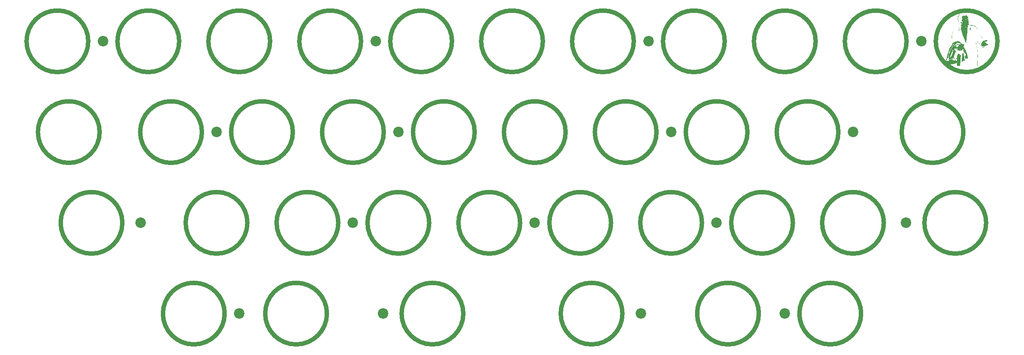
<source format=gbr>
%TF.GenerationSoftware,KiCad,Pcbnew,(7.0.0)*%
%TF.CreationDate,2023-02-16T23:07:07+01:00*%
%TF.ProjectId,travaulta simplified,74726176-6175-46c7-9461-2073696d706c,rev?*%
%TF.SameCoordinates,Original*%
%TF.FileFunction,Legend,Top*%
%TF.FilePolarity,Positive*%
%FSLAX46Y46*%
G04 Gerber Fmt 4.6, Leading zero omitted, Abs format (unit mm)*
G04 Created by KiCad (PCBNEW (7.0.0)) date 2023-02-16 23:07:07*
%MOMM*%
%LPD*%
G01*
G04 APERTURE LIST*
%ADD10C,0.900000*%
%ADD11C,2.200000*%
G04 APERTURE END LIST*
D10*
%TO.C,SW20*%
X217604500Y-76200000D02*
G75*
G03*
X217604500Y-76200000I-6467000J0D01*
G01*
%TO.C,SW27*%
X169979500Y-95250000D02*
G75*
G03*
X169979500Y-95250000I-6467000J0D01*
G01*
%TO.C,SW15*%
X122354500Y-76200000D02*
G75*
G03*
X122354500Y-76200000I-6467000J0D01*
G01*
%TO.C,SW18*%
X179504500Y-76200000D02*
G75*
G03*
X179504500Y-76200000I-6467000J0D01*
G01*
%TO.C,SW1*%
X60442000Y-57150000D02*
G75*
G03*
X60442000Y-57150000I-6467000J0D01*
G01*
%TO.C,SW9*%
X212842000Y-57150000D02*
G75*
G03*
X212842000Y-57150000I-6467000J0D01*
G01*
%TO.C,SW28*%
X189029500Y-95250000D02*
G75*
G03*
X189029500Y-95250000I-6467000J0D01*
G01*
%TO.C,SW4*%
X117592000Y-57150000D02*
G75*
G03*
X117592000Y-57150000I-6467000J0D01*
G01*
%TO.C,SW17*%
X160454500Y-76200000D02*
G75*
G03*
X160454500Y-76200000I-6467000J0D01*
G01*
%TO.C,SW12*%
X62825000Y-76200000D02*
G75*
G03*
X62825000Y-76200000I-6467000J0D01*
G01*
%TO.C,G\u002A\u002A\u002A*%
G36*
X241937728Y-54571805D02*
G01*
X241924087Y-54585446D01*
X241910445Y-54571805D01*
X241924087Y-54558164D01*
X241937728Y-54571805D01*
G37*
G36*
X241992293Y-54544522D02*
G01*
X241978652Y-54558164D01*
X241965010Y-54544522D01*
X241978652Y-54530881D01*
X241992293Y-54544522D01*
G37*
G36*
X242210553Y-57818421D02*
G01*
X242196912Y-57832063D01*
X242183270Y-57818421D01*
X242196912Y-57804780D01*
X242210553Y-57818421D01*
G37*
G36*
X242374248Y-60546671D02*
G01*
X242360607Y-60560312D01*
X242346965Y-60546671D01*
X242360607Y-60533029D01*
X242374248Y-60546671D01*
G37*
G36*
X242810768Y-53944307D02*
G01*
X242797126Y-53957949D01*
X242783485Y-53944307D01*
X242797126Y-53930666D01*
X242810768Y-53944307D01*
G37*
G36*
X243247288Y-51407036D02*
G01*
X243233646Y-51420677D01*
X243220005Y-51407036D01*
X243233646Y-51393394D01*
X243247288Y-51407036D01*
G37*
G36*
X243301853Y-53562353D02*
G01*
X243288211Y-53575994D01*
X243274570Y-53562353D01*
X243288211Y-53548711D01*
X243301853Y-53562353D01*
G37*
G36*
X243601960Y-51679861D02*
G01*
X243588319Y-51693502D01*
X243574677Y-51679861D01*
X243588319Y-51666219D01*
X243601960Y-51679861D01*
G37*
G36*
X244147610Y-51325188D02*
G01*
X244133969Y-51338829D01*
X244120327Y-51325188D01*
X244133969Y-51311547D01*
X244147610Y-51325188D01*
G37*
G36*
X244229457Y-51352471D02*
G01*
X244215816Y-51366112D01*
X244202175Y-51352471D01*
X244215816Y-51338829D01*
X244229457Y-51352471D01*
G37*
G36*
X246848576Y-54926477D02*
G01*
X246834935Y-54940118D01*
X246821294Y-54926477D01*
X246834935Y-54912836D01*
X246848576Y-54926477D01*
G37*
G36*
X247230531Y-57763856D02*
G01*
X247216890Y-57777498D01*
X247203249Y-57763856D01*
X247216890Y-57750215D01*
X247230531Y-57763856D01*
G37*
G36*
X242174176Y-58796044D02*
G01*
X242177441Y-58828422D01*
X242174176Y-58832421D01*
X242157957Y-58828676D01*
X242155988Y-58814232D01*
X242165970Y-58791776D01*
X242174176Y-58796044D01*
G37*
G36*
X243265925Y-59272919D02*
G01*
X243269177Y-59315558D01*
X243263771Y-59325211D01*
X243251370Y-59317074D01*
X243249441Y-59289402D01*
X243256104Y-59260291D01*
X243265925Y-59272919D01*
G37*
G36*
X243892973Y-51375206D02*
G01*
X243889228Y-51391426D01*
X243874785Y-51393394D01*
X243852328Y-51383412D01*
X243856597Y-51375206D01*
X243888974Y-51371941D01*
X243892973Y-51375206D01*
G37*
G36*
X244083951Y-51293359D02*
G01*
X244080206Y-51309578D01*
X244065762Y-51311547D01*
X244043306Y-51301565D01*
X244047574Y-51293359D01*
X244079952Y-51290093D01*
X244083951Y-51293359D01*
G37*
G36*
X246758084Y-54662178D02*
G01*
X246761336Y-54704817D01*
X246755930Y-54714469D01*
X246743529Y-54706333D01*
X246741600Y-54678661D01*
X246748263Y-54649550D01*
X246758084Y-54662178D01*
G37*
G36*
X241842046Y-54640324D02*
G01*
X241812866Y-54662940D01*
X241781594Y-54666735D01*
X241774033Y-54656571D01*
X241795433Y-54639049D01*
X241816374Y-54629601D01*
X241844537Y-54627694D01*
X241842046Y-54640324D01*
G37*
G36*
X243216327Y-53474170D02*
G01*
X243212998Y-53512473D01*
X243201722Y-53547494D01*
X243187921Y-53531374D01*
X243179933Y-53513432D01*
X243169858Y-53465328D01*
X243175711Y-53447499D01*
X243202685Y-53441436D01*
X243216327Y-53474170D01*
G37*
G36*
X243682697Y-51658742D02*
G01*
X243683807Y-51666219D01*
X243674499Y-51692793D01*
X243671776Y-51693502D01*
X243648483Y-51674384D01*
X243642884Y-51666219D01*
X243645047Y-51641079D01*
X243654915Y-51638937D01*
X243682697Y-51658742D01*
G37*
G36*
X245099609Y-54743980D02*
G01*
X245102497Y-54762782D01*
X245085742Y-54800409D01*
X245048074Y-54793667D01*
X245039580Y-54786259D01*
X245034062Y-54752250D01*
X245061714Y-54724675D01*
X245076825Y-54721858D01*
X245099609Y-54743980D01*
G37*
G36*
X243245870Y-54618290D02*
G01*
X243250076Y-54628181D01*
X243270996Y-54709466D01*
X243262151Y-54761933D01*
X243233952Y-54776423D01*
X243202751Y-54753493D01*
X243197895Y-54701397D01*
X243207999Y-54625065D01*
X243224748Y-54596299D01*
X243245870Y-54618290D01*
G37*
G36*
X242915700Y-54271795D02*
G01*
X242918631Y-54320091D01*
X242918931Y-54346724D01*
X242911828Y-54416479D01*
X242893079Y-54448702D01*
X242868963Y-54436552D01*
X242857556Y-54413556D01*
X242859686Y-54365221D01*
X242880953Y-54311247D01*
X242905126Y-54270701D01*
X242915700Y-54271795D01*
G37*
G36*
X243820220Y-51393394D02*
G01*
X243804263Y-51421779D01*
X243799758Y-51422951D01*
X243713214Y-51432369D01*
X243671945Y-51434496D01*
X243666938Y-51427531D01*
X243689181Y-51409676D01*
X243698668Y-51402771D01*
X243758425Y-51371945D01*
X243804299Y-51369890D01*
X243820220Y-51393394D01*
G37*
G36*
X241237644Y-62118539D02*
G01*
X241230346Y-62146383D01*
X241203787Y-62208345D01*
X241169614Y-62279109D01*
X241094026Y-62429162D01*
X241092998Y-62313841D01*
X241099235Y-62231876D01*
X241126052Y-62181228D01*
X241161028Y-62153271D01*
X241211600Y-62124594D01*
X241237510Y-62118371D01*
X241237644Y-62118539D01*
G37*
G36*
X244029964Y-60227713D02*
G01*
X244037440Y-60270492D01*
X244033626Y-60328584D01*
X244018522Y-60382950D01*
X244011197Y-60396617D01*
X243993673Y-60410634D01*
X243985581Y-60378232D01*
X243984333Y-60336841D01*
X243990813Y-60266518D01*
X244007314Y-60222709D01*
X244011197Y-60219281D01*
X244029964Y-60227713D01*
G37*
G36*
X242882562Y-53398169D02*
G01*
X242862806Y-53444065D01*
X242830379Y-53519800D01*
X242808823Y-53589635D01*
X242795197Y-53639308D01*
X242788630Y-53638240D01*
X242786278Y-53607399D01*
X242793470Y-53554294D01*
X242813926Y-53486962D01*
X242840689Y-53422310D01*
X242866802Y-53377246D01*
X242884756Y-53368063D01*
X242882562Y-53398169D01*
G37*
G36*
X247035145Y-57529595D02*
G01*
X247067365Y-57558374D01*
X247107356Y-57607750D01*
X247144406Y-57662045D01*
X247167806Y-57705581D01*
X247167055Y-57722696D01*
X247146436Y-57705535D01*
X247098606Y-57661745D01*
X247058560Y-57624116D01*
X246995512Y-57558416D01*
X246970690Y-57518818D01*
X246984951Y-57508780D01*
X247035145Y-57529595D01*
G37*
G36*
X246734754Y-57243409D02*
G01*
X246803647Y-57269102D01*
X246871134Y-57300477D01*
X246916786Y-57328535D01*
X246924922Y-57338113D01*
X246917519Y-57364406D01*
X246877479Y-57364726D01*
X246818359Y-57342141D01*
X246753715Y-57299722D01*
X246753088Y-57299208D01*
X246704681Y-57257088D01*
X246683878Y-57233945D01*
X246684882Y-57232394D01*
X246734754Y-57243409D01*
G37*
G36*
X241635603Y-55006453D02*
G01*
X241629421Y-55060166D01*
X241608234Y-55154225D01*
X241573194Y-55282927D01*
X241557687Y-55335715D01*
X241532642Y-55413129D01*
X241516277Y-55450833D01*
X241511236Y-55443260D01*
X241512343Y-55431203D01*
X241526377Y-55346788D01*
X241548265Y-55246423D01*
X241573866Y-55145919D01*
X241599037Y-55061087D01*
X241619636Y-55007736D01*
X241625631Y-54998786D01*
X241635603Y-55006453D01*
G37*
G36*
X242888425Y-54498317D02*
G01*
X242903172Y-54517373D01*
X242921958Y-54566460D01*
X242940687Y-54653154D01*
X242957237Y-54760535D01*
X242969487Y-54871683D01*
X242975315Y-54969679D01*
X242972600Y-55037602D01*
X242969876Y-55049368D01*
X242955186Y-55043602D01*
X242927293Y-54997128D01*
X242895005Y-54926423D01*
X242848802Y-54792823D01*
X242822521Y-54668810D01*
X242817997Y-54567476D01*
X242835790Y-54503731D01*
X242860897Y-54479645D01*
X242888425Y-54498317D01*
G37*
G36*
X246425680Y-57284015D02*
G01*
X246445109Y-57349337D01*
X246463632Y-57441098D01*
X246478916Y-57545302D01*
X246488625Y-57647950D01*
X246490427Y-57735044D01*
X246489569Y-57750215D01*
X246484537Y-57801298D01*
X246478258Y-57817638D01*
X246468757Y-57794457D01*
X246454058Y-57726977D01*
X246432518Y-57612233D01*
X246406635Y-57465824D01*
X246391537Y-57365055D01*
X246386682Y-57302189D01*
X246391524Y-57269490D01*
X246405520Y-57259223D01*
X246407680Y-57259130D01*
X246425680Y-57284015D01*
G37*
G36*
X247326116Y-57897240D02*
G01*
X247381006Y-57947730D01*
X247395122Y-57961654D01*
X247460366Y-58023228D01*
X247511145Y-58065275D01*
X247533032Y-58077605D01*
X247561242Y-58097742D01*
X247603669Y-58147394D01*
X247612486Y-58159452D01*
X247649940Y-58216136D01*
X247654395Y-58236439D01*
X247623738Y-58220077D01*
X247555856Y-58166768D01*
X247534483Y-58149023D01*
X247444078Y-58071898D01*
X247385339Y-58016302D01*
X247346940Y-57970167D01*
X247317556Y-57921422D01*
X247313333Y-57913347D01*
X247304334Y-57886237D01*
X247326116Y-57897240D01*
G37*
G36*
X246512001Y-57966449D02*
G01*
X246535516Y-58022713D01*
X246559385Y-58097449D01*
X246591653Y-58204021D01*
X246632785Y-58334766D01*
X246674123Y-58462182D01*
X246675881Y-58467491D01*
X246706437Y-58567482D01*
X246725846Y-58646763D01*
X246731020Y-58692050D01*
X246729242Y-58697118D01*
X246713662Y-58692981D01*
X246712164Y-58680870D01*
X246701556Y-58637263D01*
X246674811Y-58566277D01*
X246660399Y-58533090D01*
X246620235Y-58433034D01*
X246586131Y-58329779D01*
X246580595Y-58309506D01*
X246554514Y-58208709D01*
X246526188Y-58100220D01*
X246521339Y-58081769D01*
X246501700Y-57994653D01*
X246499658Y-57956654D01*
X246512001Y-57966449D01*
G37*
G36*
X247472952Y-56023608D02*
G01*
X247483030Y-56034944D01*
X247538705Y-56087883D01*
X247621633Y-56153130D01*
X247698566Y-56206394D01*
X247800806Y-56281666D01*
X247865287Y-56354814D01*
X247897506Y-56417713D01*
X247922855Y-56490401D01*
X247931206Y-56533331D01*
X247923350Y-56539571D01*
X247900076Y-56502186D01*
X247890233Y-56481487D01*
X247844954Y-56424162D01*
X247774699Y-56373119D01*
X247763307Y-56367321D01*
X247697181Y-56325955D01*
X247655997Y-56282045D01*
X247652522Y-56274162D01*
X247624417Y-56229405D01*
X247569149Y-56167205D01*
X247529474Y-56129100D01*
X247468664Y-56068159D01*
X247429568Y-56017447D01*
X247421644Y-55997386D01*
X247436467Y-55992471D01*
X247472952Y-56023608D01*
G37*
G36*
X241505744Y-55564136D02*
G01*
X241498867Y-55625993D01*
X241483317Y-55697208D01*
X241465142Y-55788245D01*
X241446446Y-55915930D01*
X241429577Y-56062420D01*
X241418142Y-56192269D01*
X241407874Y-56321919D01*
X241397939Y-56430279D01*
X241389422Y-56506593D01*
X241383406Y-56540101D01*
X241383058Y-56540617D01*
X241377240Y-56519657D01*
X241369495Y-56455036D01*
X241360953Y-56357571D01*
X241354745Y-56270025D01*
X241347729Y-56124107D01*
X241349386Y-56016134D01*
X241360752Y-55930022D01*
X241381603Y-55853470D01*
X241411596Y-55771186D01*
X241438806Y-55710069D01*
X241450269Y-55691751D01*
X241469221Y-55645683D01*
X241473926Y-55603083D01*
X241483097Y-55554469D01*
X241498747Y-55540333D01*
X241505744Y-55564136D01*
G37*
G36*
X245252995Y-54145526D02*
G01*
X245281967Y-54207797D01*
X245315956Y-54294392D01*
X245349954Y-54391245D01*
X245378951Y-54484292D01*
X245397940Y-54559467D01*
X245402604Y-54595014D01*
X245384254Y-54629912D01*
X245339373Y-54683851D01*
X245283215Y-54741206D01*
X245231032Y-54786354D01*
X245198875Y-54803706D01*
X245183047Y-54781496D01*
X245170986Y-54750033D01*
X245159576Y-54685913D01*
X245153994Y-54597445D01*
X245154298Y-54505262D01*
X245160546Y-54429996D01*
X245169982Y-54395635D01*
X245202853Y-54378401D01*
X245213893Y-54382228D01*
X245226656Y-54368271D01*
X245227536Y-54308665D01*
X245222832Y-54259902D01*
X245217127Y-54170854D01*
X245226244Y-54125905D01*
X245234047Y-54121644D01*
X245252995Y-54145526D01*
G37*
G36*
X246765745Y-61823687D02*
G01*
X246767279Y-62048128D01*
X246771053Y-62247706D01*
X246776812Y-62415620D01*
X246784298Y-62545066D01*
X246793255Y-62629241D01*
X246796835Y-62647333D01*
X246812471Y-62779096D01*
X246800600Y-62843571D01*
X246788140Y-62869945D01*
X246778357Y-62862369D01*
X246769950Y-62815072D01*
X246761622Y-62722283D01*
X246756450Y-62647422D01*
X246745991Y-62521170D01*
X246732582Y-62407002D01*
X246718357Y-62321546D01*
X246710939Y-62292750D01*
X246699903Y-62236299D01*
X246688690Y-62137716D01*
X246678411Y-62009421D01*
X246670181Y-61863831D01*
X246668149Y-61815306D01*
X246662844Y-61654806D01*
X246661691Y-61536778D01*
X246665588Y-61449225D01*
X246675431Y-61380151D01*
X246692115Y-61317560D01*
X246708911Y-61269657D01*
X246764761Y-61119603D01*
X246765745Y-61823687D01*
G37*
G36*
X246819962Y-58995701D02*
G01*
X246838711Y-59039142D01*
X246852842Y-59087349D01*
X246863094Y-59148723D01*
X246870206Y-59231665D01*
X246874916Y-59344579D01*
X246877964Y-59495864D01*
X246879949Y-59677763D01*
X246881029Y-59894635D01*
X246879539Y-60064873D01*
X246874748Y-60196377D01*
X246865926Y-60297047D01*
X246852343Y-60374783D01*
X246833269Y-60437486D01*
X246807973Y-60493055D01*
X246803867Y-60500764D01*
X246764300Y-60573953D01*
X246779449Y-60478464D01*
X246786058Y-60407809D01*
X246791532Y-60293113D01*
X246795821Y-60144888D01*
X246798876Y-59973648D01*
X246800646Y-59789905D01*
X246801082Y-59604172D01*
X246800135Y-59426963D01*
X246797753Y-59268789D01*
X246793889Y-59140164D01*
X246788490Y-59051601D01*
X246786298Y-59032492D01*
X246764944Y-58882439D01*
X246819962Y-58995701D01*
G37*
G36*
X243097860Y-51481972D02*
G01*
X243076537Y-51514626D01*
X243014720Y-51580335D01*
X242973137Y-51621477D01*
X242884122Y-51720192D01*
X242799503Y-51833616D01*
X242742431Y-51928405D01*
X242704591Y-52008399D01*
X242680854Y-52077354D01*
X242668066Y-52152392D01*
X242663074Y-52250638D01*
X242662591Y-52361923D01*
X242666237Y-52510001D01*
X242678221Y-52626820D01*
X242702163Y-52735483D01*
X242739562Y-52853008D01*
X242779829Y-52962571D01*
X242819097Y-53058912D01*
X242850296Y-53124935D01*
X242856210Y-53135020D01*
X242887176Y-53190169D01*
X242886451Y-53206312D01*
X242858176Y-53185593D01*
X242806490Y-53130157D01*
X242775812Y-53093366D01*
X242717787Y-53009962D01*
X242681516Y-52934244D01*
X242674355Y-52899116D01*
X242669399Y-52840923D01*
X242656209Y-52746599D01*
X242637302Y-52633510D01*
X242630409Y-52595950D01*
X242602822Y-52397631D01*
X242603729Y-52228516D01*
X242635207Y-52070069D01*
X242699333Y-51903752D01*
X242710635Y-51879620D01*
X242800198Y-51718509D01*
X242897387Y-51600756D01*
X243011597Y-51515184D01*
X243021837Y-51509345D01*
X243079392Y-51480751D01*
X243097860Y-51481972D01*
G37*
G36*
X243797562Y-59591494D02*
G01*
X243819763Y-59609959D01*
X243836206Y-59650892D01*
X243850925Y-59724630D01*
X243867953Y-59841513D01*
X243869252Y-59850967D01*
X243885475Y-59981795D01*
X243898267Y-60108575D01*
X243905624Y-60210487D01*
X243906594Y-60239401D01*
X243910853Y-60312317D01*
X243919708Y-60353940D01*
X243925687Y-60358050D01*
X243933076Y-60360749D01*
X243939009Y-60383341D01*
X243943905Y-60432390D01*
X243948185Y-60514459D01*
X243952270Y-60636111D01*
X243956581Y-60803910D01*
X243957894Y-60860419D01*
X243961995Y-60969230D01*
X243968302Y-61057327D01*
X243975674Y-61110281D01*
X243978264Y-61117792D01*
X243996582Y-61120060D01*
X244016046Y-61082641D01*
X244031212Y-61020015D01*
X244036562Y-60962729D01*
X244046087Y-60902480D01*
X244064474Y-60888942D01*
X244082976Y-60917179D01*
X244092849Y-60982258D01*
X244093045Y-60994600D01*
X244097136Y-61075423D01*
X244107220Y-61137324D01*
X244109605Y-61144654D01*
X244107184Y-61180296D01*
X244076081Y-61187809D01*
X244025311Y-61197522D01*
X243942092Y-61222598D01*
X243843077Y-61256940D01*
X243744921Y-61294455D01*
X243664278Y-61329047D01*
X243617802Y-61354620D01*
X243615918Y-61356222D01*
X243591469Y-61403490D01*
X243588635Y-61425230D01*
X243577306Y-61470874D01*
X243549050Y-61470778D01*
X243510974Y-61428189D01*
X243483334Y-61377120D01*
X243448603Y-61268487D01*
X243448276Y-61151587D01*
X243449807Y-61139167D01*
X243469553Y-60970705D01*
X243490333Y-60761218D01*
X243510957Y-60524200D01*
X243530235Y-60273144D01*
X243543575Y-60076202D01*
X243553969Y-59921938D01*
X243563587Y-59812599D01*
X243574360Y-59738612D01*
X243588214Y-59690403D01*
X243607079Y-59658400D01*
X243632850Y-59633058D01*
X243701385Y-59595470D01*
X243765573Y-59585159D01*
X243797562Y-59591494D01*
G37*
G36*
X247542858Y-57923004D02*
G01*
X248603750Y-57923004D01*
X248607495Y-57939224D01*
X248621938Y-57941193D01*
X248644395Y-57931210D01*
X248640127Y-57923004D01*
X248607749Y-57919739D01*
X248603750Y-57923004D01*
X247542858Y-57923004D01*
X247541453Y-57830130D01*
X247558162Y-57702657D01*
X247589657Y-57560118D01*
X247632579Y-57420056D01*
X247646883Y-57381901D01*
X247726438Y-57249395D01*
X247846166Y-57138359D01*
X247992861Y-57058965D01*
X248107566Y-57027137D01*
X248219954Y-57003848D01*
X248300866Y-56974237D01*
X248373339Y-56929634D01*
X248380408Y-56924460D01*
X248466621Y-56888114D01*
X248578539Y-56876396D01*
X248695489Y-56887860D01*
X248796799Y-56921057D01*
X248848079Y-56957214D01*
X248885210Y-57005347D01*
X248879004Y-57030387D01*
X248873293Y-57033032D01*
X248830415Y-57058315D01*
X248769654Y-57103933D01*
X248757310Y-57114139D01*
X248652602Y-57172434D01*
X248500676Y-57212295D01*
X248499134Y-57212560D01*
X248399222Y-57232980D01*
X248343790Y-57254160D01*
X248322868Y-57280461D01*
X248321831Y-57290116D01*
X248344647Y-57335673D01*
X248376396Y-57354619D01*
X248420411Y-57376623D01*
X248430961Y-57391499D01*
X248452065Y-57417156D01*
X248503627Y-57453899D01*
X248511148Y-57458428D01*
X248570900Y-57504408D01*
X248605846Y-57550926D01*
X248606567Y-57552979D01*
X248635052Y-57594114D01*
X248699851Y-57644050D01*
X248806923Y-57707006D01*
X248874301Y-57742686D01*
X248927755Y-57782651D01*
X248947757Y-57841210D01*
X248949328Y-57878499D01*
X248949328Y-57975505D01*
X248812916Y-57957409D01*
X248730573Y-57949354D01*
X248689258Y-57954993D01*
X248676674Y-57976470D01*
X248676503Y-57981177D01*
X248668198Y-58007853D01*
X248635136Y-58023359D01*
X248565095Y-58031842D01*
X248519629Y-58034408D01*
X248462161Y-58055105D01*
X248430961Y-58079499D01*
X248374486Y-58123707D01*
X248342293Y-58140028D01*
X248301899Y-58174589D01*
X248294549Y-58199520D01*
X248272109Y-58234334D01*
X248244555Y-58241300D01*
X248199592Y-58262983D01*
X248146685Y-58317916D01*
X248128554Y-58343609D01*
X248076025Y-58411648D01*
X248021992Y-58442725D01*
X247967108Y-58450199D01*
X247890219Y-58449704D01*
X247833177Y-58442688D01*
X247830746Y-58441999D01*
X247786943Y-58412396D01*
X247737542Y-58358074D01*
X247735915Y-58355871D01*
X247682008Y-58282224D01*
X247749556Y-58325798D01*
X247841147Y-58384766D01*
X247900017Y-58416561D01*
X247940483Y-58421667D01*
X247976864Y-58400567D01*
X248023474Y-58353745D01*
X248040748Y-58335633D01*
X248144495Y-58227659D01*
X248062647Y-58219837D01*
X247869686Y-58191604D01*
X247725169Y-58147050D01*
X247624763Y-58083719D01*
X247564138Y-57999152D01*
X247542888Y-57924997D01*
X247542858Y-57923004D01*
G37*
G36*
X243523180Y-52334640D02*
G01*
X244611412Y-52334640D01*
X244625053Y-52348282D01*
X244638695Y-52334640D01*
X244625053Y-52320999D01*
X244611412Y-52334640D01*
X243523180Y-52334640D01*
X243516409Y-52287763D01*
X243508522Y-52241720D01*
X243488454Y-52102954D01*
X243487797Y-52004768D01*
X243510516Y-51935410D01*
X243560579Y-51883128D01*
X243641951Y-51836167D01*
X243646057Y-51834164D01*
X243722794Y-51803185D01*
X243807030Y-51784965D01*
X243916242Y-51776705D01*
X244013385Y-51775349D01*
X244133557Y-51774026D01*
X244214256Y-51767844D01*
X244270552Y-51753489D01*
X244317517Y-51727643D01*
X244353425Y-51700528D01*
X244418237Y-51635877D01*
X244433455Y-51583658D01*
X244431977Y-51577757D01*
X244434774Y-51537405D01*
X244459520Y-51529807D01*
X244490152Y-51547568D01*
X244501856Y-51606853D01*
X244502282Y-51628568D01*
X244509356Y-51691580D01*
X244536851Y-51748137D01*
X244594176Y-51814463D01*
X244631171Y-51850823D01*
X244760061Y-51974317D01*
X244774406Y-52366914D01*
X244781543Y-52529576D01*
X244789835Y-52645245D01*
X244800281Y-52721493D01*
X244813884Y-52765893D01*
X244829673Y-52784892D01*
X244859222Y-52833252D01*
X244872235Y-52932168D01*
X244872832Y-52954412D01*
X244878150Y-53049749D01*
X244889186Y-53131061D01*
X244896476Y-53159936D01*
X244904395Y-53207158D01*
X244877702Y-53221252D01*
X244873778Y-53221321D01*
X244835498Y-53236568D01*
X244829672Y-53251523D01*
X244849582Y-53269594D01*
X244871414Y-53265706D01*
X244900419Y-53266601D01*
X244910806Y-53306764D01*
X244910934Y-53337814D01*
X244914958Y-53415050D01*
X244927773Y-53507043D01*
X244945697Y-53594473D01*
X244965047Y-53658021D01*
X244975457Y-53676308D01*
X245008422Y-53686102D01*
X245081981Y-53697960D01*
X245182322Y-53709783D01*
X245219624Y-53713380D01*
X245377422Y-53733432D01*
X245546465Y-53764175D01*
X245705306Y-53801144D01*
X245832497Y-53839876D01*
X245839124Y-53842335D01*
X245874826Y-53855370D01*
X245906745Y-53864235D01*
X245954566Y-53873454D01*
X246030102Y-53886233D01*
X246123340Y-53908347D01*
X246218277Y-53941050D01*
X246298329Y-53977495D01*
X246346911Y-54010840D01*
X246353001Y-54019504D01*
X246379225Y-54028870D01*
X246384685Y-54026210D01*
X246411273Y-54038187D01*
X246459591Y-54079807D01*
X246517366Y-54138039D01*
X246572324Y-54199852D01*
X246612195Y-54252214D01*
X246624923Y-54281304D01*
X246633221Y-54314218D01*
X246658321Y-54379561D01*
X246680417Y-54430834D01*
X246721794Y-54528871D01*
X246738416Y-54580618D01*
X246732334Y-54587311D01*
X246705598Y-54550186D01*
X246660257Y-54470480D01*
X246621083Y-54395042D01*
X246548576Y-54262348D01*
X246485706Y-54173090D01*
X246426123Y-54118535D01*
X246414974Y-54111561D01*
X246334691Y-54074033D01*
X246221490Y-54032629D01*
X246092812Y-53992482D01*
X245966096Y-53958726D01*
X245858783Y-53936493D01*
X245799602Y-53930452D01*
X245725093Y-53922493D01*
X245614018Y-53901377D01*
X245480759Y-53870843D01*
X245339695Y-53834634D01*
X245205209Y-53796491D01*
X245091681Y-53760155D01*
X245013493Y-53729368D01*
X245000360Y-53722523D01*
X244942517Y-53680854D01*
X244912756Y-53643186D01*
X244911692Y-53637379D01*
X244894480Y-53606342D01*
X244859779Y-53612416D01*
X244843313Y-53630559D01*
X244845476Y-53655699D01*
X244855344Y-53657841D01*
X244880968Y-53679913D01*
X244884237Y-53698765D01*
X244861492Y-53732093D01*
X244829672Y-53739689D01*
X244785339Y-53751114D01*
X244775107Y-53766971D01*
X244753258Y-53791726D01*
X244737489Y-53794254D01*
X244722075Y-53805501D01*
X244709919Y-53843704D01*
X244700148Y-53915559D01*
X244691892Y-54027760D01*
X244684278Y-54187002D01*
X244683338Y-54210312D01*
X244677356Y-54377671D01*
X244672478Y-54546540D01*
X244669125Y-54699771D01*
X244667720Y-54820217D01*
X244667728Y-54844630D01*
X244663925Y-54954907D01*
X244652867Y-55101273D01*
X244636175Y-55265976D01*
X244615474Y-55431267D01*
X244611623Y-55458486D01*
X244586989Y-55635451D01*
X244559403Y-55843462D01*
X244531868Y-56059324D01*
X244507386Y-56259843D01*
X244502166Y-56304243D01*
X244464091Y-56625529D01*
X244430923Y-56893320D01*
X244402542Y-57108453D01*
X244378832Y-57271768D01*
X244359673Y-57384101D01*
X244344946Y-57446292D01*
X244338808Y-57459305D01*
X244308754Y-57460941D01*
X244293922Y-57445664D01*
X244268956Y-57395918D01*
X244231738Y-57308934D01*
X244187792Y-57199060D01*
X244142641Y-57080648D01*
X244101808Y-56968047D01*
X244070817Y-56875607D01*
X244059363Y-56836252D01*
X244037874Y-56756693D01*
X244019920Y-56695642D01*
X244016797Y-56686198D01*
X244007492Y-56634021D01*
X244008792Y-56619034D01*
X243995103Y-56582647D01*
X243975747Y-56564055D01*
X243959343Y-56543886D01*
X243936315Y-56500579D01*
X243905059Y-56430040D01*
X243870824Y-56345167D01*
X244038480Y-56345167D01*
X244052121Y-56358808D01*
X244065762Y-56345167D01*
X244052121Y-56331526D01*
X244038480Y-56345167D01*
X243870824Y-56345167D01*
X243863969Y-56328174D01*
X243811441Y-56190888D01*
X243787711Y-56126907D01*
X244046934Y-56126907D01*
X244048357Y-56199382D01*
X244052355Y-56231260D01*
X244057974Y-56216064D01*
X244062722Y-56133108D01*
X244058252Y-56052369D01*
X244052675Y-56029879D01*
X244048614Y-56056230D01*
X244046936Y-56125703D01*
X244046934Y-56126907D01*
X243787711Y-56126907D01*
X243745869Y-56014089D01*
X243665651Y-55793682D01*
X243574471Y-55540333D01*
X243522540Y-55389014D01*
X243471446Y-55228598D01*
X243423929Y-55069028D01*
X243420880Y-55058016D01*
X244031602Y-55058016D01*
X244032611Y-55186455D01*
X244033176Y-55212896D01*
X244037152Y-55344839D01*
X244042123Y-55454530D01*
X244047506Y-55531841D01*
X244052716Y-55566644D01*
X244053638Y-55567616D01*
X244058148Y-55542022D01*
X244061898Y-55471996D01*
X244064540Y-55367666D01*
X244065729Y-55239162D01*
X244065762Y-55212943D01*
X244064286Y-55081002D01*
X244060246Y-54971309D01*
X244054227Y-54893996D01*
X244046813Y-54859194D01*
X244045300Y-54858223D01*
X244038293Y-54883783D01*
X244033611Y-54953753D01*
X244031602Y-55058016D01*
X243420880Y-55058016D01*
X243382729Y-54920244D01*
X243350587Y-54792189D01*
X243344444Y-54762782D01*
X244202175Y-54762782D01*
X244215816Y-54776423D01*
X244229457Y-54762782D01*
X244215816Y-54749141D01*
X244202175Y-54762782D01*
X243344444Y-54762782D01*
X243330244Y-54694804D01*
X243324439Y-54638030D01*
X243324810Y-54634668D01*
X243324727Y-54634005D01*
X243959551Y-54634005D01*
X243973635Y-54679856D01*
X244003006Y-54713308D01*
X244036686Y-54701689D01*
X244059783Y-54651005D01*
X244060839Y-54644695D01*
X244054911Y-54597854D01*
X244013095Y-54585446D01*
X243967167Y-54595877D01*
X243959551Y-54634005D01*
X243324727Y-54634005D01*
X243317877Y-54579116D01*
X243291090Y-54509180D01*
X243290175Y-54507395D01*
X243273089Y-54462099D01*
X243264690Y-54415213D01*
X243941820Y-54415213D01*
X243972446Y-54419432D01*
X243983915Y-54419741D01*
X244044791Y-54403833D01*
X244123356Y-54361362D01*
X244165692Y-54330919D01*
X244233334Y-54272688D01*
X244301236Y-54207168D01*
X244359992Y-54144559D01*
X244400199Y-54095060D01*
X244412451Y-54068871D01*
X244408982Y-54067079D01*
X244378854Y-54084607D01*
X244319918Y-54131405D01*
X244242572Y-54198791D01*
X244163894Y-54271697D01*
X244099514Y-54321046D01*
X244019077Y-54368379D01*
X244011197Y-54372262D01*
X243953490Y-54401659D01*
X243941820Y-54415213D01*
X243264690Y-54415213D01*
X243261593Y-54397928D01*
X243255017Y-54305831D01*
X243254402Y-54271697D01*
X244065762Y-54271697D01*
X244079404Y-54285339D01*
X244093045Y-54271697D01*
X244079404Y-54258056D01*
X244065762Y-54271697D01*
X243254402Y-54271697D01*
X243253911Y-54244415D01*
X243601960Y-54244415D01*
X243615601Y-54258056D01*
X243629242Y-54244415D01*
X243615601Y-54230774D01*
X243601960Y-54244415D01*
X243253911Y-54244415D01*
X243252693Y-54176755D01*
X243253771Y-54014833D01*
X243253858Y-54009655D01*
X243315069Y-54009655D01*
X243352392Y-54063057D01*
X243387299Y-54096601D01*
X243449325Y-54152290D01*
X243496245Y-54194405D01*
X243506471Y-54203579D01*
X243547821Y-54227539D01*
X243573258Y-54221337D01*
X243574677Y-54214238D01*
X243555460Y-54187645D01*
X243508964Y-54146023D01*
X243506471Y-54144052D01*
X243458500Y-54094991D01*
X243438268Y-54051804D01*
X243438265Y-54051457D01*
X243428683Y-54036051D01*
X244399613Y-54036051D01*
X244420435Y-54032792D01*
X244457637Y-53999559D01*
X244467698Y-53969329D01*
X244468289Y-53938928D01*
X244456786Y-53957949D01*
X244423359Y-54008546D01*
X244409523Y-54021411D01*
X244399613Y-54036051D01*
X243428683Y-54036051D01*
X243416557Y-54016555D01*
X243399342Y-54012514D01*
X243360853Y-53989867D01*
X243348999Y-53964769D01*
X243337928Y-53931666D01*
X243323922Y-53948876D01*
X243316495Y-53965558D01*
X243315069Y-54009655D01*
X243253858Y-54009655D01*
X243256436Y-53856087D01*
X243260183Y-53743975D01*
X243263783Y-53698765D01*
X244829672Y-53698765D01*
X244843313Y-53712406D01*
X244856955Y-53698765D01*
X244843313Y-53685124D01*
X244829672Y-53698765D01*
X243263783Y-53698765D01*
X243266028Y-53670568D01*
X243274986Y-53627936D01*
X243288073Y-53608149D01*
X243306304Y-53603277D01*
X243306482Y-53603276D01*
X243359658Y-53624757D01*
X243377228Y-53645307D01*
X243419327Y-53673766D01*
X243446790Y-53669671D01*
X243487799Y-53634735D01*
X243482680Y-53592121D01*
X243438328Y-53562373D01*
X243400654Y-53532797D01*
X244859108Y-53532797D01*
X244864124Y-53568182D01*
X244873438Y-53568605D01*
X244879951Y-53532090D01*
X244875592Y-53516313D01*
X244863477Y-53505979D01*
X244859108Y-53532797D01*
X243400654Y-53532797D01*
X243389854Y-53524318D01*
X243381635Y-53507788D01*
X244775107Y-53507788D01*
X244788748Y-53521429D01*
X244802390Y-53507788D01*
X244788748Y-53494146D01*
X244775107Y-53507788D01*
X243381635Y-53507788D01*
X243373433Y-53491293D01*
X244698771Y-53491293D01*
X244729594Y-53484520D01*
X244801431Y-53468946D01*
X244831903Y-53466864D01*
X244874989Y-53453736D01*
X244884237Y-53436624D01*
X244862971Y-53420922D01*
X244812920Y-53424172D01*
X244754704Y-53442167D01*
X244708946Y-53470698D01*
X244706901Y-53472810D01*
X244698771Y-53491293D01*
X243373433Y-53491293D01*
X243367165Y-53478687D01*
X243340680Y-53428343D01*
X243310926Y-53412299D01*
X243285039Y-53398282D01*
X243288211Y-53385016D01*
X243286048Y-53359876D01*
X243276180Y-53357734D01*
X243250833Y-53335551D01*
X243247288Y-53315200D01*
X243234061Y-53286961D01*
X243220005Y-53289528D01*
X243194865Y-53287365D01*
X243192723Y-53277497D01*
X243211927Y-53249707D01*
X243219149Y-53248604D01*
X243234410Y-53228708D01*
X243230372Y-53208987D01*
X243225567Y-53151957D01*
X243258696Y-53129068D01*
X243307614Y-53142558D01*
X243342714Y-53159751D01*
X243347183Y-53152043D01*
X243320487Y-53111158D01*
X243304101Y-53088066D01*
X243272990Y-53034672D01*
X243269200Y-53005132D01*
X243274506Y-53003061D01*
X243351368Y-53028317D01*
X243412738Y-53096048D01*
X243434698Y-53146085D01*
X243450279Y-53217658D01*
X243457560Y-53296741D01*
X243456643Y-53367521D01*
X243447632Y-53414183D01*
X243432906Y-53422628D01*
X243412202Y-53429246D01*
X243410982Y-53437971D01*
X243433102Y-53463478D01*
X243452581Y-53466864D01*
X243493784Y-53443549D01*
X243523676Y-53389380D01*
X243533247Y-53328018D01*
X243520124Y-53289541D01*
X243510894Y-53258817D01*
X243546820Y-53240849D01*
X243583516Y-53220264D01*
X243598681Y-53178168D01*
X243591960Y-53106915D01*
X243583368Y-53074857D01*
X244591019Y-53074857D01*
X244600416Y-53082376D01*
X244653621Y-53075014D01*
X244725699Y-53072791D01*
X244776392Y-53086280D01*
X244828481Y-53111092D01*
X244843379Y-53101949D01*
X244815311Y-53063977D01*
X244808675Y-53057626D01*
X244739281Y-53010613D01*
X244675632Y-53013025D01*
X244623447Y-53045943D01*
X244591019Y-53074857D01*
X243583368Y-53074857D01*
X243562999Y-52998856D01*
X243531129Y-52902501D01*
X243496274Y-52798227D01*
X243478521Y-52728441D01*
X243476448Y-52676304D01*
X243488637Y-52624979D01*
X243504137Y-52582499D01*
X243525157Y-52519381D01*
X243529010Y-52494000D01*
X244187796Y-52494000D01*
X244204954Y-52513694D01*
X244225451Y-52541571D01*
X244207478Y-52573793D01*
X244189386Y-52617595D01*
X244219099Y-52641556D01*
X244283001Y-52642821D01*
X244339042Y-52620371D01*
X244352228Y-52581413D01*
X244327436Y-52530716D01*
X244284022Y-52509106D01*
X244247018Y-52494769D01*
X244254466Y-52487414D01*
X244281011Y-52477371D01*
X244278833Y-52470411D01*
X244244833Y-52466772D01*
X244217433Y-52474207D01*
X244187796Y-52494000D01*
X243529010Y-52494000D01*
X243534061Y-52460721D01*
X243532210Y-52416488D01*
X244556847Y-52416488D01*
X244577187Y-52452692D01*
X244594852Y-52457412D01*
X244636970Y-52479418D01*
X244648561Y-52498335D01*
X244669494Y-52534281D01*
X244677906Y-52539259D01*
X244682159Y-52518952D01*
X244676902Y-52501095D01*
X244679957Y-52456971D01*
X244691400Y-52444920D01*
X244720491Y-52411756D01*
X244701049Y-52385993D01*
X244639103Y-52375564D01*
X244638695Y-52375564D01*
X244573715Y-52387765D01*
X244556847Y-52416488D01*
X243532210Y-52416488D01*
X243531071Y-52389266D01*
X243523180Y-52334640D01*
G37*
G36*
X241906855Y-57295737D02*
G01*
X242472181Y-57295737D01*
X242506928Y-57309095D01*
X242537943Y-57314860D01*
X242611938Y-57321962D01*
X242655332Y-57317246D01*
X242660513Y-57304098D01*
X242619872Y-57285903D01*
X242609568Y-57283005D01*
X242537737Y-57273953D01*
X242487890Y-57280957D01*
X242472181Y-57295737D01*
X241906855Y-57295737D01*
X241924369Y-57284521D01*
X241992200Y-57250705D01*
X242048866Y-57238181D01*
X242110530Y-57241118D01*
X242116342Y-57241870D01*
X242234187Y-57240455D01*
X242347499Y-57214966D01*
X242533454Y-57162077D01*
X242695779Y-57142496D01*
X242852463Y-57154243D01*
X242870340Y-57157403D01*
X242957250Y-57178722D01*
X243014208Y-57202883D01*
X243029028Y-57219921D01*
X243048902Y-57257256D01*
X243104801Y-57324021D01*
X243191136Y-57414351D01*
X243302321Y-57522378D01*
X243422635Y-57633143D01*
X243490238Y-57691514D01*
X243544512Y-57726361D01*
X243604215Y-57744506D01*
X243688107Y-57752770D01*
X243760305Y-57755915D01*
X243869348Y-57762116D01*
X243933229Y-57772022D01*
X243961332Y-57787877D01*
X243964610Y-57804780D01*
X243955998Y-57850860D01*
X243938833Y-57932532D01*
X243916811Y-58032213D01*
X243916551Y-58033364D01*
X243893859Y-58159259D01*
X243892706Y-58262809D01*
X243916543Y-58361865D01*
X243968824Y-58474277D01*
X244018637Y-58561194D01*
X244152748Y-58810358D01*
X244284000Y-59100545D01*
X244407243Y-59418262D01*
X244517324Y-59750017D01*
X244609093Y-60082315D01*
X244625596Y-60151074D01*
X244660529Y-60289006D01*
X244703204Y-60441265D01*
X244737864Y-60554334D01*
X244768552Y-60649877D01*
X244791327Y-60722819D01*
X244802054Y-60759871D01*
X244802390Y-60761806D01*
X244777041Y-60766874D01*
X244708606Y-60773570D01*
X244608499Y-60780903D01*
X244524028Y-60785976D01*
X244391784Y-60791863D01*
X244299378Y-60791221D01*
X244232316Y-60782542D01*
X244176103Y-60764321D01*
X244136731Y-60745739D01*
X244072082Y-60709948D01*
X244050270Y-60686058D01*
X244064205Y-60663956D01*
X244074061Y-60656333D01*
X244112534Y-60604178D01*
X244120327Y-60568672D01*
X244128676Y-60515203D01*
X244138625Y-60496544D01*
X244149164Y-60461041D01*
X244156753Y-60389261D01*
X244159086Y-60329153D01*
X244164118Y-60237716D01*
X244181826Y-60178775D01*
X244221140Y-60130386D01*
X244250642Y-60104181D01*
X244306000Y-60052372D01*
X244325900Y-60010585D01*
X244318582Y-59956168D01*
X244312421Y-59934368D01*
X244275955Y-59856364D01*
X244217063Y-59771742D01*
X244192105Y-59743391D01*
X244117041Y-59656894D01*
X244044627Y-59561374D01*
X244028270Y-59537218D01*
X243970408Y-59452263D01*
X243912446Y-59372873D01*
X243897296Y-59353465D01*
X243852050Y-59266833D01*
X243818209Y-59132275D01*
X243808373Y-59069939D01*
X243784135Y-58937641D01*
X243752921Y-58855218D01*
X243710689Y-58818059D01*
X243653394Y-58821554D01*
X243608545Y-58842108D01*
X243545038Y-58900329D01*
X243508275Y-58969478D01*
X243471213Y-59039065D01*
X243426427Y-59068959D01*
X243366386Y-59086735D01*
X243282910Y-59115100D01*
X243251194Y-59126615D01*
X243179826Y-59150288D01*
X243124637Y-59156055D01*
X243062437Y-59142926D01*
X242984166Y-59115209D01*
X242886872Y-59084066D01*
X242797060Y-59063955D01*
X242755179Y-59059775D01*
X242666710Y-59035141D01*
X242663521Y-59032492D01*
X243042669Y-59032492D01*
X243051695Y-59050617D01*
X243096567Y-59057315D01*
X243159775Y-59052586D01*
X243223808Y-59036431D01*
X243233646Y-59032492D01*
X243256845Y-59017722D01*
X243234914Y-59009916D01*
X243173871Y-59007127D01*
X243099004Y-59011903D01*
X243049781Y-59026171D01*
X243042669Y-59032492D01*
X242663521Y-59032492D01*
X242590504Y-58971833D01*
X242538813Y-58885743D01*
X242524209Y-58794774D01*
X242593884Y-58794774D01*
X242613464Y-58863233D01*
X242649768Y-58935444D01*
X242697985Y-58995423D01*
X242749370Y-59028745D01*
X242791149Y-59030959D01*
X242810548Y-58997611D01*
X242810768Y-58991568D01*
X242804472Y-58977927D01*
X243301853Y-58977927D01*
X243323950Y-59002132D01*
X243342776Y-59005210D01*
X243379083Y-58990478D01*
X243383700Y-58977927D01*
X243361602Y-58953723D01*
X243342776Y-58950645D01*
X243306470Y-58965377D01*
X243301853Y-58977927D01*
X242804472Y-58977927D01*
X242794025Y-58955295D01*
X242779672Y-58950645D01*
X242735856Y-58927995D01*
X242695475Y-58875192D01*
X242675443Y-58814959D01*
X242675223Y-58810331D01*
X242659438Y-58776728D01*
X242916112Y-58776728D01*
X242952349Y-58781451D01*
X242960821Y-58781631D01*
X243007415Y-58778682D01*
X243011517Y-58770141D01*
X243009085Y-58769054D01*
X242954924Y-58763657D01*
X242927237Y-58768043D01*
X242916112Y-58776728D01*
X242659438Y-58776728D01*
X242652722Y-58762432D01*
X242633431Y-58749801D01*
X242600251Y-58753688D01*
X242593884Y-58794774D01*
X242524209Y-58794774D01*
X242523886Y-58792761D01*
X242528467Y-58765674D01*
X242527550Y-58713618D01*
X242513037Y-58692930D01*
X242504222Y-58677820D01*
X243533754Y-58677820D01*
X243535917Y-58702960D01*
X243545785Y-58705102D01*
X243573567Y-58685298D01*
X243574677Y-58677820D01*
X243565369Y-58651247D01*
X243562646Y-58650537D01*
X243539353Y-58669655D01*
X243533754Y-58677820D01*
X242504222Y-58677820D01*
X242488347Y-58650610D01*
X242486100Y-58587002D01*
X242488262Y-58580967D01*
X242831341Y-58580967D01*
X242858978Y-58602794D01*
X242865333Y-58606762D01*
X242939245Y-58642380D01*
X242987617Y-58645920D01*
X243001745Y-58623255D01*
X242991156Y-58612794D01*
X243029028Y-58612794D01*
X243050472Y-58623430D01*
X243096217Y-58621107D01*
X243138376Y-58608812D01*
X243149363Y-58599913D01*
X243138176Y-58586930D01*
X243096408Y-58589453D01*
X243045683Y-58602744D01*
X243029028Y-58612794D01*
X242991156Y-58612794D01*
X242978996Y-58600782D01*
X242949411Y-58595972D01*
X242875998Y-58587589D01*
X242847102Y-58580447D01*
X242831341Y-58580967D01*
X242488262Y-58580967D01*
X242489402Y-58577784D01*
X243201817Y-58577784D01*
X243205562Y-58594003D01*
X243220005Y-58595972D01*
X243242462Y-58585990D01*
X243238193Y-58577784D01*
X243205815Y-58574519D01*
X243201817Y-58577784D01*
X242489402Y-58577784D01*
X242506318Y-58530563D01*
X242512900Y-58522798D01*
X242527047Y-58481521D01*
X242509494Y-58441372D01*
X243583772Y-58441372D01*
X243587517Y-58457591D01*
X243601960Y-58459560D01*
X243624417Y-58449578D01*
X243620148Y-58441372D01*
X243587770Y-58438106D01*
X243583772Y-58441372D01*
X242509494Y-58441372D01*
X242508293Y-58438625D01*
X242493416Y-58368576D01*
X242519338Y-58289424D01*
X242576282Y-58212546D01*
X242654473Y-58149317D01*
X242744132Y-58111112D01*
X242795134Y-58104887D01*
X242853544Y-58094186D01*
X242880096Y-58075790D01*
X242875431Y-58039946D01*
X242836522Y-58001231D01*
X242780870Y-57974089D01*
X242751097Y-57969343D01*
X242728269Y-57960959D01*
X243044506Y-57960959D01*
X243054984Y-58010937D01*
X243084932Y-58046393D01*
X243100416Y-58050323D01*
X243134307Y-58030734D01*
X243137740Y-58016219D01*
X243123355Y-57961422D01*
X243091733Y-57925535D01*
X243061922Y-57924083D01*
X243044506Y-57960959D01*
X242728269Y-57960959D01*
X242721351Y-57958418D01*
X242714950Y-57917917D01*
X242720564Y-57872986D01*
X242722943Y-57801693D01*
X242700026Y-57778475D01*
X242653032Y-57804043D01*
X242633569Y-57822181D01*
X242593509Y-57845324D01*
X242524227Y-57871452D01*
X242441277Y-57896418D01*
X242360209Y-57916073D01*
X242296577Y-57926267D01*
X242265931Y-57922852D01*
X242265118Y-57920477D01*
X242284755Y-57892116D01*
X242333113Y-57846107D01*
X242394359Y-57796306D01*
X242451865Y-57757036D01*
X242534637Y-57727184D01*
X242628858Y-57733605D01*
X242746129Y-57777668D01*
X242783100Y-57796119D01*
X242872306Y-57837399D01*
X242924570Y-57848265D01*
X242943980Y-57837240D01*
X242982027Y-57818043D01*
X243051896Y-57811114D01*
X243071439Y-57811799D01*
X243141425Y-57811657D01*
X243168635Y-57797016D01*
X243168354Y-57777498D01*
X243161331Y-57717981D01*
X243161559Y-57671193D01*
X243153424Y-57605689D01*
X243136946Y-57571419D01*
X243091402Y-57548637D01*
X242996248Y-57526887D01*
X242856441Y-57507064D01*
X242694256Y-57491428D01*
X242621679Y-57477435D01*
X242595422Y-57453158D01*
X242619537Y-57422426D01*
X242620580Y-57421760D01*
X242642353Y-57400541D01*
X242626689Y-57395960D01*
X242588002Y-57412769D01*
X242527287Y-57456072D01*
X242490277Y-57487411D01*
X242419286Y-57544896D01*
X242355661Y-57586223D01*
X242333283Y-57596228D01*
X242280571Y-57627954D01*
X242220842Y-57684352D01*
X242210512Y-57696460D01*
X242150214Y-57767990D01*
X242076529Y-57852601D01*
X242044820Y-57888194D01*
X241970473Y-57988070D01*
X241888296Y-58126897D01*
X241804960Y-58291022D01*
X241727135Y-58466793D01*
X241661491Y-58640556D01*
X241632395Y-58732385D01*
X241608373Y-58803479D01*
X241586084Y-58851765D01*
X241583734Y-58855156D01*
X241566601Y-58895455D01*
X241544695Y-58970258D01*
X241529727Y-59032492D01*
X241501456Y-59137573D01*
X241466478Y-59237255D01*
X241448342Y-59278035D01*
X241410162Y-59365029D01*
X241381949Y-59448875D01*
X241380310Y-59455371D01*
X241353684Y-59543005D01*
X241324167Y-59619066D01*
X241293938Y-59691629D01*
X241255943Y-59788881D01*
X241232701Y-59850967D01*
X241190404Y-59959004D01*
X241143969Y-60067078D01*
X241121588Y-60114792D01*
X241057022Y-60258012D01*
X241015283Y-60377216D01*
X240998402Y-60465130D01*
X241008407Y-60514480D01*
X241009678Y-60515833D01*
X241038991Y-60523349D01*
X241082889Y-60493835D01*
X241136244Y-60437541D01*
X241202956Y-60360438D01*
X241245000Y-60307772D01*
X241273781Y-60263040D01*
X241300702Y-60209738D01*
X241315342Y-60178357D01*
X241380688Y-60033725D01*
X241435676Y-59901793D01*
X241482983Y-59773212D01*
X241525286Y-59638635D01*
X241565263Y-59488713D01*
X241605590Y-59314098D01*
X241648944Y-59105440D01*
X241698002Y-58853393D01*
X241704434Y-58819605D01*
X241738115Y-58653512D01*
X241768727Y-58530481D01*
X241799699Y-58439396D01*
X241834460Y-58369141D01*
X241851703Y-58342161D01*
X241906473Y-58252590D01*
X241952119Y-58161989D01*
X241964180Y-58132119D01*
X242004801Y-58049371D01*
X242063492Y-57961912D01*
X242080397Y-57941142D01*
X242162436Y-57845704D01*
X242146200Y-57982116D01*
X242138532Y-58059461D01*
X242141226Y-58090678D01*
X242156053Y-58083524D01*
X242166445Y-58070784D01*
X242226675Y-58033294D01*
X242302229Y-58023040D01*
X242371328Y-58031046D01*
X242401233Y-58050749D01*
X242385678Y-58075670D01*
X242363493Y-58086363D01*
X242318085Y-58121328D01*
X242262153Y-58186627D01*
X242209539Y-58263774D01*
X242174084Y-58334281D01*
X242171012Y-58343438D01*
X242164317Y-58387071D01*
X242187211Y-58391163D01*
X242192439Y-58389295D01*
X242232408Y-58352166D01*
X242246234Y-58321260D01*
X242270588Y-58277995D01*
X242290247Y-58268582D01*
X242326425Y-58291578D01*
X242368247Y-58348311D01*
X242405193Y-58420403D01*
X242426744Y-58489475D01*
X242428711Y-58510514D01*
X242413133Y-58558802D01*
X242373620Y-58620198D01*
X242321184Y-58682786D01*
X242266836Y-58734654D01*
X242221586Y-58763887D01*
X242197523Y-58760656D01*
X242192581Y-58714705D01*
X242196778Y-58705318D01*
X242198399Y-58662106D01*
X242185577Y-58630292D01*
X242166846Y-58607157D01*
X242157538Y-58627257D01*
X242154098Y-58677820D01*
X242148972Y-58736848D01*
X242140841Y-58749078D01*
X242131101Y-58722100D01*
X242121149Y-58663501D01*
X242112381Y-58580873D01*
X242106194Y-58481803D01*
X242104142Y-58406359D01*
X242100287Y-58299454D01*
X242092315Y-58227950D01*
X242081310Y-58200100D01*
X242077339Y-58201740D01*
X242062574Y-58238444D01*
X242041565Y-58317434D01*
X242016643Y-58427108D01*
X241990138Y-58555867D01*
X241964379Y-58692109D01*
X241941698Y-58824233D01*
X241924425Y-58940637D01*
X241917889Y-58995532D01*
X241912272Y-59088349D01*
X241922119Y-59132441D01*
X241950740Y-59132279D01*
X241994352Y-59098835D01*
X242049725Y-59074098D01*
X242106612Y-59100531D01*
X242166664Y-59179325D01*
X242204161Y-59250681D01*
X242243462Y-59350911D01*
X242246512Y-59419593D01*
X242211797Y-59467254D01*
X242169571Y-59491357D01*
X242107804Y-59533562D01*
X242055595Y-59604290D01*
X242006671Y-59713532D01*
X241977998Y-59796402D01*
X241944354Y-59896160D01*
X241911203Y-59987816D01*
X241895293Y-60028303D01*
X241872895Y-60099261D01*
X241849555Y-60200020D01*
X241833813Y-60287487D01*
X241818955Y-60382660D01*
X241807015Y-60456894D01*
X241800948Y-60492106D01*
X241804301Y-60537725D01*
X241815188Y-60580774D01*
X241832784Y-60614188D01*
X241866758Y-60635345D01*
X241928012Y-60647070D01*
X242027449Y-60652185D01*
X242094602Y-60653145D01*
X242141091Y-60663166D01*
X242156716Y-60682716D01*
X242132891Y-60697479D01*
X242121885Y-60698642D01*
X242115144Y-60707690D01*
X242141738Y-60721640D01*
X242178813Y-60739272D01*
X242169432Y-60755906D01*
X242137782Y-60773714D01*
X242085480Y-60790239D01*
X242047593Y-60765801D01*
X242046382Y-60764357D01*
X241996166Y-60734918D01*
X241931776Y-60724007D01*
X241849298Y-60709644D01*
X241770862Y-60676870D01*
X241710857Y-60647245D01*
X241667598Y-60648829D01*
X241630240Y-60669422D01*
X241487893Y-60753540D01*
X241340637Y-60825517D01*
X241202229Y-60879654D01*
X241086428Y-60910253D01*
X241037388Y-60914984D01*
X240948780Y-60923486D01*
X240876124Y-60944835D01*
X240858463Y-60955040D01*
X240824995Y-60983610D01*
X240836068Y-60994128D01*
X240882126Y-60995964D01*
X241007655Y-60988415D01*
X241152726Y-60966199D01*
X241296758Y-60933666D01*
X241419171Y-60895162D01*
X241473708Y-60870987D01*
X241552950Y-60833113D01*
X241617457Y-60809624D01*
X241638768Y-60805854D01*
X241694929Y-60787712D01*
X241714011Y-60773115D01*
X241741807Y-60757300D01*
X241746750Y-60768887D01*
X241723229Y-60815109D01*
X241664294Y-60861651D01*
X241587388Y-60895286D01*
X241576235Y-60898198D01*
X241515698Y-60922869D01*
X241505752Y-60952666D01*
X241548204Y-60982018D01*
X241548952Y-60982311D01*
X241571459Y-60998243D01*
X241553013Y-61018977D01*
X241501208Y-61045825D01*
X241405719Y-61090740D01*
X241535311Y-61099846D01*
X241610884Y-61110027D01*
X241657585Y-61125701D01*
X241664903Y-61134739D01*
X241642783Y-61157625D01*
X241623979Y-61160527D01*
X241587673Y-61175258D01*
X241583056Y-61187809D01*
X241605153Y-61212014D01*
X241623979Y-61215092D01*
X241660286Y-61200360D01*
X241664903Y-61187809D01*
X241689262Y-61171421D01*
X241750783Y-61161690D01*
X241785581Y-61160527D01*
X241892857Y-61146754D01*
X241978893Y-61099228D01*
X241987317Y-61092320D01*
X242047080Y-61048181D01*
X242092597Y-61025095D01*
X242098925Y-61024114D01*
X242140668Y-61045443D01*
X242198476Y-61100559D01*
X242260855Y-61176155D01*
X242316310Y-61258926D01*
X242339838Y-61302991D01*
X242375602Y-61364192D01*
X242407294Y-61395173D01*
X242415172Y-61396088D01*
X242427786Y-61366727D01*
X242437962Y-61295091D01*
X242444225Y-61193460D01*
X242445339Y-61144494D01*
X242443442Y-61002419D01*
X242431383Y-60910176D01*
X242405602Y-60863430D01*
X242362538Y-60857849D01*
X242298633Y-60889100D01*
X242258287Y-60916796D01*
X242190109Y-60963071D01*
X242139254Y-60991974D01*
X242124612Y-60996832D01*
X242101275Y-60981393D01*
X242118055Y-60939572D01*
X242171705Y-60878109D01*
X242190091Y-60860834D01*
X242235873Y-60812985D01*
X242250847Y-60783643D01*
X242244656Y-60779371D01*
X242235083Y-60763592D01*
X242266090Y-60723034D01*
X242317137Y-60683854D01*
X242354759Y-60671702D01*
X242414488Y-60671683D01*
X242443723Y-60644006D01*
X242452063Y-60577004D01*
X242452018Y-60553491D01*
X242458752Y-60423674D01*
X242479656Y-60279442D01*
X242511102Y-60135897D01*
X242549465Y-60008136D01*
X242591120Y-59911258D01*
X242614735Y-59875889D01*
X242650962Y-59814872D01*
X242682920Y-59730854D01*
X242688532Y-59710284D01*
X242716350Y-59598105D01*
X242819950Y-59724536D01*
X242881141Y-59792194D01*
X242933642Y-59838074D01*
X242960347Y-59850967D01*
X242998407Y-59869532D01*
X243056998Y-59917265D01*
X243100555Y-59960097D01*
X243163373Y-60020672D01*
X243214858Y-60060298D01*
X243235958Y-60069227D01*
X243267869Y-60091837D01*
X243299850Y-60146241D01*
X243299998Y-60146597D01*
X243312442Y-60245146D01*
X243275769Y-60351709D01*
X243218554Y-60430311D01*
X243203469Y-60454009D01*
X243192824Y-60491601D01*
X243186195Y-60550769D01*
X243183158Y-60639192D01*
X243183286Y-60764551D01*
X243186157Y-60934525D01*
X243187440Y-60993184D01*
X243190701Y-61213129D01*
X243189248Y-61382845D01*
X243182935Y-61506473D01*
X243171619Y-61588156D01*
X243165961Y-61609109D01*
X243150981Y-61681807D01*
X243139311Y-61790104D01*
X243132751Y-61915059D01*
X243131957Y-61966643D01*
X243128372Y-62088732D01*
X243119426Y-62188123D01*
X243106520Y-62251569D01*
X243100518Y-62263975D01*
X243049532Y-62291895D01*
X242952095Y-62307740D01*
X242913080Y-62309945D01*
X242801775Y-62321295D01*
X242732388Y-62347404D01*
X242711054Y-62365625D01*
X242651241Y-62408612D01*
X242597492Y-62409782D01*
X242563894Y-62370209D01*
X242560302Y-62354136D01*
X242543492Y-62309419D01*
X242524301Y-62300352D01*
X242512431Y-62297254D01*
X242501386Y-62276090D01*
X242489737Y-62229726D01*
X242476055Y-62151024D01*
X242458908Y-62032847D01*
X242436868Y-61868059D01*
X242435319Y-61856230D01*
X242420092Y-61771218D01*
X242401956Y-61714230D01*
X242387254Y-61698406D01*
X242350764Y-61709850D01*
X242276758Y-61735226D01*
X242178991Y-61769784D01*
X242142347Y-61782939D01*
X241984937Y-61837142D01*
X241847789Y-61877301D01*
X241710753Y-61908152D01*
X241553680Y-61934430D01*
X241419361Y-61952854D01*
X241279535Y-61972914D01*
X241135488Y-61996734D01*
X241012542Y-62020044D01*
X240982841Y-62026461D01*
X240806905Y-62055254D01*
X240637818Y-62063020D01*
X240488485Y-62050331D01*
X240371813Y-62017759D01*
X240334840Y-61997743D01*
X240272989Y-61946846D01*
X240233828Y-61897575D01*
X240230460Y-61889599D01*
X240204685Y-61843330D01*
X240154371Y-61774168D01*
X240107729Y-61717424D01*
X240050081Y-61643485D01*
X240011269Y-61579664D01*
X240000806Y-61547643D01*
X240009879Y-61501796D01*
X240033908Y-61420169D01*
X240068304Y-61317927D01*
X240080764Y-61283298D01*
X240099902Y-61230736D01*
X240240649Y-61230736D01*
X240283191Y-61274792D01*
X240338340Y-61311227D01*
X240387376Y-61329715D01*
X240409970Y-61324122D01*
X240444514Y-61311014D01*
X240513572Y-61307868D01*
X240555332Y-61310630D01*
X240635001Y-61315766D01*
X240678072Y-61306196D01*
X240701807Y-61275938D01*
X240709567Y-61257196D01*
X240715377Y-61224186D01*
X241373890Y-61224186D01*
X241377635Y-61240405D01*
X241392078Y-61242374D01*
X241414535Y-61232392D01*
X241410266Y-61224186D01*
X241483020Y-61224186D01*
X241486765Y-61240405D01*
X241501208Y-61242374D01*
X241523665Y-61232392D01*
X241519396Y-61224186D01*
X241487018Y-61220921D01*
X241483020Y-61224186D01*
X241410266Y-61224186D01*
X241377888Y-61220921D01*
X241373890Y-61224186D01*
X240715377Y-61224186D01*
X240720795Y-61193400D01*
X240722736Y-61100180D01*
X240718257Y-61032386D01*
X240710869Y-60924493D01*
X240707086Y-60790103D01*
X240707668Y-60657212D01*
X240707866Y-60649647D01*
X240708826Y-60542405D01*
X240705902Y-60455715D01*
X240699713Y-60404411D01*
X240697402Y-60398279D01*
X240669672Y-60388924D01*
X240633691Y-60417411D01*
X240599451Y-60470160D01*
X240576943Y-60533588D01*
X240573186Y-60567132D01*
X240563782Y-60656032D01*
X240530210Y-60705032D01*
X240462828Y-60726829D01*
X240450743Y-60728366D01*
X240394484Y-60740952D01*
X240375683Y-60773230D01*
X240377578Y-60823611D01*
X240375278Y-60888737D01*
X240357837Y-60927056D01*
X240357116Y-60927530D01*
X240335216Y-60965760D01*
X240328061Y-61017145D01*
X240309481Y-61091178D01*
X240274752Y-61145549D01*
X240242241Y-61195259D01*
X240240649Y-61230736D01*
X240099902Y-61230736D01*
X240122477Y-61168733D01*
X240161153Y-61061635D01*
X240189691Y-60981686D01*
X240193954Y-60969549D01*
X240226801Y-60876218D01*
X240261907Y-60777384D01*
X240264694Y-60769589D01*
X240288874Y-60681716D01*
X240310086Y-60570491D01*
X240318951Y-60503584D01*
X240331743Y-60417967D01*
X240347844Y-60359401D01*
X240360945Y-60342052D01*
X240378922Y-60320029D01*
X240379223Y-60294307D01*
X240380365Y-60261380D01*
X240391272Y-60205101D01*
X240391444Y-60204444D01*
X240551299Y-60204444D01*
X240569682Y-60238541D01*
X240597973Y-60263331D01*
X240661097Y-60306166D01*
X240698707Y-60306253D01*
X240720116Y-60262847D01*
X240722324Y-60253384D01*
X240732544Y-60191150D01*
X240743877Y-60100166D01*
X240749606Y-60044667D01*
X240764700Y-59952966D01*
X240788095Y-59879322D01*
X240803685Y-59852977D01*
X240832521Y-59799217D01*
X240856657Y-59717660D01*
X240862399Y-59686559D01*
X240882175Y-59601507D01*
X240909482Y-59534662D01*
X240919429Y-59520140D01*
X240948845Y-59464446D01*
X240971528Y-59384729D01*
X240974057Y-59370087D01*
X240993237Y-59290450D01*
X241019677Y-59230296D01*
X241024701Y-59223470D01*
X241050091Y-59182905D01*
X241092039Y-59104892D01*
X241144229Y-59001521D01*
X241188621Y-58909721D01*
X241247986Y-58789051D01*
X241306043Y-58678710D01*
X241354977Y-58593165D01*
X241380175Y-58555049D01*
X241421248Y-58487732D01*
X241469282Y-58389840D01*
X241513899Y-58282535D01*
X241514004Y-58282255D01*
X241552209Y-58186025D01*
X241586432Y-58109385D01*
X241609913Y-58067349D01*
X241611671Y-58065359D01*
X241636309Y-58015574D01*
X241637621Y-58002791D01*
X241644143Y-57970293D01*
X241668201Y-57929304D01*
X241716535Y-57870950D01*
X241795881Y-57786354D01*
X241823881Y-57757468D01*
X241883658Y-57692816D01*
X241922173Y-57644790D01*
X241931023Y-57625286D01*
X241900632Y-57626970D01*
X241848721Y-57647890D01*
X241798804Y-57676471D01*
X241774393Y-57701138D01*
X241774246Y-57702471D01*
X241751401Y-57720663D01*
X241726289Y-57724621D01*
X241681538Y-57747391D01*
X241626495Y-57802409D01*
X241572899Y-57873522D01*
X241532490Y-57944582D01*
X241517008Y-57999435D01*
X241518855Y-58010000D01*
X241516159Y-58063231D01*
X241496520Y-58099083D01*
X241430476Y-58201905D01*
X241391429Y-58309690D01*
X241385257Y-58361829D01*
X241377123Y-58414178D01*
X241360800Y-58432277D01*
X241333597Y-58454524D01*
X241303080Y-58507304D01*
X241253101Y-58602536D01*
X241178687Y-58722382D01*
X241099432Y-58837297D01*
X241058242Y-58908359D01*
X241021491Y-58993418D01*
X241019796Y-58998265D01*
X240992439Y-59065902D01*
X240967779Y-59108202D01*
X240964187Y-59111612D01*
X240932418Y-59147287D01*
X240905039Y-59195666D01*
X240891569Y-59236678D01*
X240898195Y-59250752D01*
X240906644Y-59271366D01*
X240892442Y-59315806D01*
X240858313Y-59359466D01*
X240826802Y-59367452D01*
X240796972Y-59376834D01*
X240791863Y-59397887D01*
X240781419Y-59436100D01*
X240771401Y-59441772D01*
X240759468Y-59466333D01*
X240751572Y-59529003D01*
X240749876Y-59576495D01*
X240739049Y-59681063D01*
X240711283Y-59753403D01*
X240705703Y-59760609D01*
X240679881Y-59809150D01*
X240671552Y-59883909D01*
X240675498Y-59966918D01*
X240680274Y-60057902D01*
X240674200Y-60106250D01*
X240655313Y-60123162D01*
X240647985Y-60123792D01*
X240598455Y-60143178D01*
X240571008Y-60167843D01*
X240551299Y-60204444D01*
X240391444Y-60204444D01*
X240413354Y-60120672D01*
X240448019Y-60003291D01*
X240496678Y-59848158D01*
X240560741Y-59650473D01*
X240629573Y-59441730D01*
X240677147Y-59293910D01*
X240719194Y-59155174D01*
X240752115Y-59038006D01*
X240772310Y-58954892D01*
X240776044Y-58933793D01*
X240796551Y-58839478D01*
X240827053Y-58753665D01*
X240832364Y-58742815D01*
X240861214Y-58677706D01*
X240873538Y-58630489D01*
X240873543Y-58630075D01*
X240890625Y-58598372D01*
X240900473Y-58595972D01*
X240926541Y-58572870D01*
X240943859Y-58529740D01*
X240970818Y-58473149D01*
X240998944Y-58448749D01*
X241033656Y-58412106D01*
X241037406Y-58393113D01*
X241054774Y-58356113D01*
X241101402Y-58290496D01*
X241169073Y-58207309D01*
X241212095Y-58158279D01*
X241322056Y-58022281D01*
X241391189Y-57904998D01*
X241417746Y-57810170D01*
X241404091Y-57747580D01*
X241412834Y-57713303D01*
X241458286Y-57655085D01*
X241532543Y-57580401D01*
X241627701Y-57496727D01*
X241735857Y-57411541D01*
X241829212Y-57345461D01*
X241906855Y-57295737D01*
G37*
%TO.C,SW23*%
X93779500Y-95250000D02*
G75*
G03*
X93779500Y-95250000I-6467000J0D01*
G01*
%TO.C,SW34*%
X139022000Y-114300000D02*
G75*
G03*
X139022000Y-114300000I-6467000J0D01*
G01*
%TO.C,SW22*%
X67587000Y-95250000D02*
G75*
G03*
X67587000Y-95250000I-6467000J0D01*
G01*
%TO.C,SW16*%
X141404500Y-76200000D02*
G75*
G03*
X141404500Y-76200000I-6467000J0D01*
G01*
%TO.C,SW14*%
X103304500Y-76200000D02*
G75*
G03*
X103304500Y-76200000I-6467000J0D01*
G01*
%TO.C,SW7*%
X174742000Y-57150000D02*
G75*
G03*
X174742000Y-57150000I-6467000J0D01*
G01*
%TO.C,SW24*%
X112829500Y-95250000D02*
G75*
G03*
X112829500Y-95250000I-6467000J0D01*
G01*
%TO.C,SW11*%
X250942000Y-57150000D02*
G75*
G03*
X250942000Y-57150000I-6467000J0D01*
G01*
%TO.C,SW31*%
X248562000Y-95250000D02*
G75*
G03*
X248562000Y-95250000I-6467000J0D01*
G01*
%TO.C,SW2*%
X79492000Y-57150000D02*
G75*
G03*
X79492000Y-57150000I-6467000J0D01*
G01*
%TO.C,SW5*%
X136642000Y-57150000D02*
G75*
G03*
X136642000Y-57150000I-6467000J0D01*
G01*
%TO.C,SW8*%
X193792000Y-57150000D02*
G75*
G03*
X193792000Y-57150000I-6467000J0D01*
G01*
%TO.C,SW13*%
X84254500Y-76200000D02*
G75*
G03*
X84254500Y-76200000I-6467000J0D01*
G01*
%TO.C,SW21*%
X243797000Y-76200000D02*
G75*
G03*
X243797000Y-76200000I-6467000J0D01*
G01*
%TO.C,SW36*%
X200937000Y-114300000D02*
G75*
G03*
X200937000Y-114300000I-6467000J0D01*
G01*
%TO.C,SW35*%
X172359000Y-114300000D02*
G75*
G03*
X172359000Y-114300000I-6467000J0D01*
G01*
%TO.C,SW25*%
X131879500Y-95250000D02*
G75*
G03*
X131879500Y-95250000I-6467000J0D01*
G01*
%TO.C,SW33*%
X110447000Y-114300000D02*
G75*
G03*
X110447000Y-114300000I-6467000J0D01*
G01*
%TO.C,SW32*%
X89017000Y-114300000D02*
G75*
G03*
X89017000Y-114300000I-6467000J0D01*
G01*
%TO.C,SW3*%
X98542000Y-57150000D02*
G75*
G03*
X98542000Y-57150000I-6467000J0D01*
G01*
%TO.C,SW26*%
X150929500Y-95250000D02*
G75*
G03*
X150929500Y-95250000I-6467000J0D01*
G01*
%TO.C,SW6*%
X155692000Y-57150000D02*
G75*
G03*
X155692000Y-57150000I-6467000J0D01*
G01*
%TO.C,SW30*%
X227129500Y-95250000D02*
G75*
G03*
X227129500Y-95250000I-6467000J0D01*
G01*
%TO.C,SW29*%
X208079500Y-95250000D02*
G75*
G03*
X208079500Y-95250000I-6467000J0D01*
G01*
%TO.C,SW37*%
X222367000Y-114300000D02*
G75*
G03*
X222367000Y-114300000I-6467000J0D01*
G01*
%TO.C,SW10*%
X231892000Y-57150000D02*
G75*
G03*
X231892000Y-57150000I-6467000J0D01*
G01*
%TO.C,SW19*%
X198554500Y-76200000D02*
G75*
G03*
X198554500Y-76200000I-6467000J0D01*
G01*
%TD*%
D11*
%TO.C,H2*%
X120650000Y-57150000D03*
%TD*%
%TO.C,H11*%
X153987500Y-95250000D03*
%TD*%
%TO.C,H1*%
X63500000Y-57150000D03*
%TD*%
%TO.C,H9*%
X71437500Y-95250000D03*
%TD*%
%TO.C,H13*%
X231775000Y-95250000D03*
%TD*%
%TO.C,H5*%
X87312500Y-76200000D03*
%TD*%
%TO.C,H10*%
X115887500Y-95250000D03*
%TD*%
%TO.C,H8*%
X220662500Y-76200000D03*
%TD*%
%TO.C,H15*%
X122237500Y-114300000D03*
%TD*%
%TO.C,H3*%
X177800000Y-57150000D03*
%TD*%
%TO.C,H17*%
X206375000Y-114300000D03*
%TD*%
%TO.C,H4*%
X234950000Y-57150000D03*
%TD*%
%TO.C,H6*%
X125412500Y-76200000D03*
%TD*%
%TO.C,H16*%
X176212500Y-114300000D03*
%TD*%
%TO.C,H12*%
X192087500Y-95250000D03*
%TD*%
%TO.C,H7*%
X182562500Y-76200000D03*
%TD*%
%TO.C,H14*%
X92075000Y-114300000D03*
%TD*%
M02*

</source>
